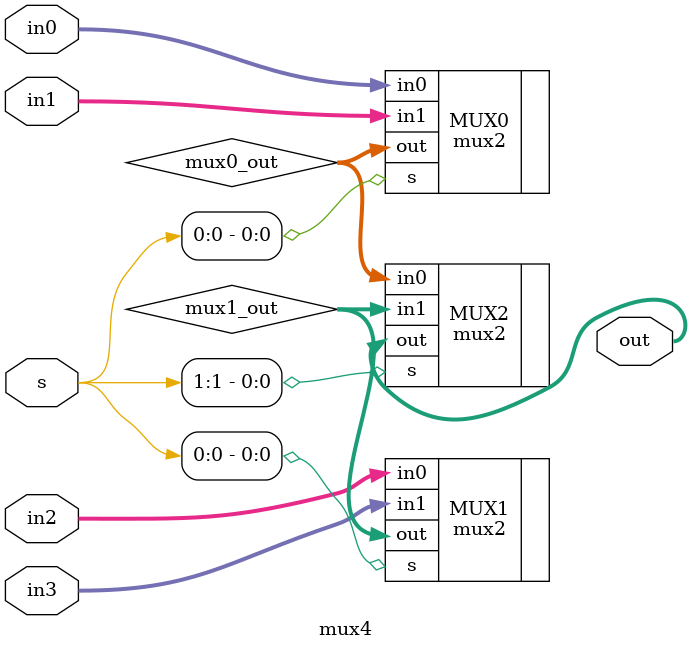
<source format=sv>
`default_nettype none

module mux4(in0, in1, in2, in3, s, out);

parameter N=32;
input wire [N-1:0] in0, in1, in2, in3;
input wire [1:0] s;
output logic [N-1:0] out;

wire [N-1:0] mux0_out, mux1_out;

mux2 #(.N(N)) MUX0 (.in0(in0), .in1(in1), .s(s[0]), .out(mux0_out));
mux2 #(.N(N)) MUX1 (.in0(in2), .in1(in3), .s(s[0]), .out(mux1_out));
mux2 #(.N(N)) MUX2 (.in0(mux0_out), .in1(mux1_out), .s(s[1]), .out(out));

endmodule

</source>
